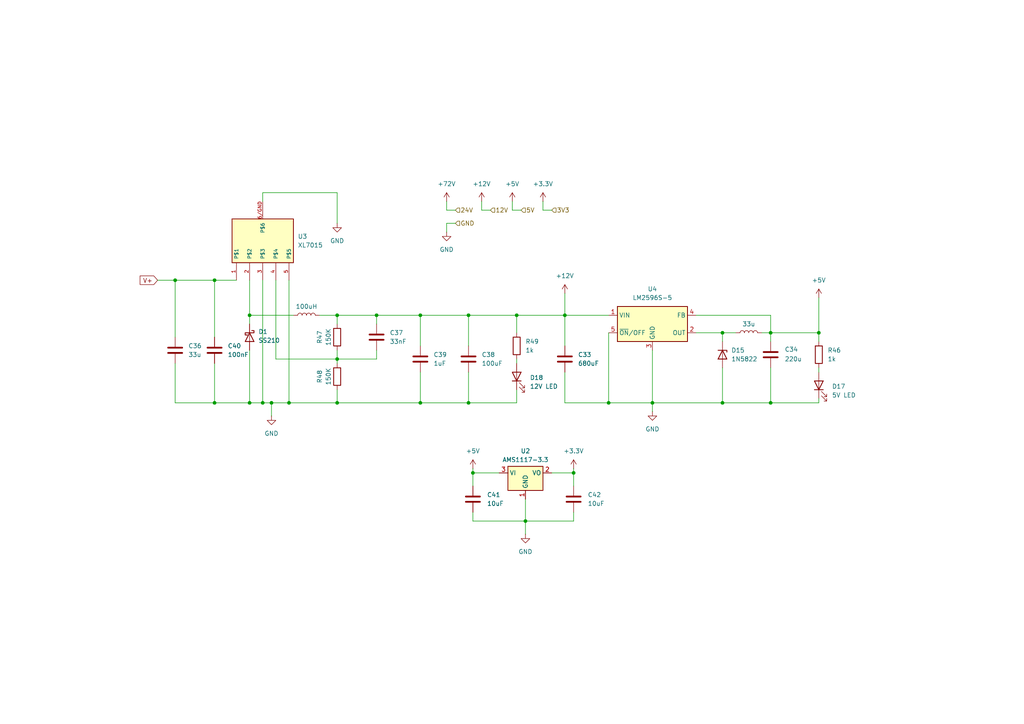
<source format=kicad_sch>
(kicad_sch (version 20250114) (generator "eeschema") (generator_version "9.0")
  (paper "A4")
  (lib_symbols
    (symbol "Device:C" (pin_numbers (hide yes)) (pin_names (offset 0.254))
      (property "Reference" "C" (at 0.635 2.54 0))
      (property "Value" "C" (at 0.635 -2.54 0))
      (symbol "C_0_1"
        (polyline (pts (xy -2.032 0.762) (xy 2.032 0.762)) (stroke (width 0.508)))
        (polyline (pts (xy -2.032 -0.762) (xy 2.032 -0.762)) (stroke (width 0.508)))
      )
      (symbol "C_1_1"
        (pin passive line (at 0 3.81 270) (length 2.794) (name "~") (number "1"))
        (pin passive line (at 0 -3.81 90) (length 2.794) (name "~") (number "2"))
      )
    )
    (symbol "Device:D_Zener" (pin_numbers (hide yes)) (pin_names (offset 1.016) (hide yes))
      (property "Reference" "D" (at 0 2.54 0))
      (property "Value" "D_Zener" (at 0 -2.54 0))
      (symbol "D_Zener_0_1"
        (polyline (pts (xy -1.27 -1.27) (xy -1.27 1.27) (xy -0.762 1.27)) (stroke (width 0.254)))
        (polyline (pts (xy 1.27 0) (xy -1.27 0)))
        (polyline (pts (xy 1.27 -1.27) (xy 1.27 1.27) (xy -1.27 0) (xy 1.27 -1.27)) (stroke (width 0.254)))
      )
      (symbol "D_Zener_1_1"
        (pin passive line (at -3.81 0 0) (length 2.54) (name "K") (number "1"))
        (pin passive line (at 3.81 0 180) (length 2.54) (name "A") (number "2"))
      )
    )
    (symbol "Device:L" (pin_numbers (hide yes)) (pin_names (offset 1.016) (hide yes))
      (property "Reference" "L" (at -1.27 0 90))
      (property "Value" "L" (at 1.905 0 90))
      (symbol "L_0_1"
        (arc (start 0 2.54) (mid 0.6323 1.905) (end 0 1.27))
        (arc (start 0 1.27) (mid 0.6323 0.635) (end 0 0))
        (arc (start 0 0) (mid 0.6323 -0.635) (end 0 -1.27))
        (arc (start 0 -1.27) (mid 0.6323 -1.905) (end 0 -2.54))
      )
      (symbol "L_1_1"
        (pin passive line (at 0 3.81 270) (length 1.27) (name "1") (number "1"))
        (pin passive line (at 0 -3.81 90) (length 1.27) (name "2") (number "2"))
      )
    )
    (symbol "Device:LED" (pin_numbers (hide yes)) (pin_names (offset 1.016) (hide yes))
      (property "Reference" "D" (at 0 2.54 0))
      (property "Value" "LED" (at 0 -2.54 0))
      (symbol "LED_0_1"
        (polyline (pts (xy -3.048 -0.762) (xy -4.572 -2.286) (xy -3.81 -2.286) (xy -4.572 -2.286) (xy -4.572 -1.524)))
        (polyline (pts (xy -1.778 -0.762) (xy -3.302 -2.286) (xy -2.54 -2.286) (xy -3.302 -2.286) (xy -3.302 -1.524)))
        (polyline (pts (xy -1.27 0) (xy 1.27 0)))
        (polyline (pts (xy -1.27 -1.27) (xy -1.27 1.27)) (stroke (width 0.254)))
        (polyline (pts (xy 1.27 -1.27) (xy 1.27 1.27) (xy -1.27 0) (xy 1.27 -1.27)) (stroke (width 0.254)))
      )
      (symbol "LED_1_1"
        (pin passive line (at -3.81 0 0) (length 2.54) (name "K") (number "1"))
        (pin passive line (at 3.81 0 180) (length 2.54) (name "A") (number "2"))
      )
    )
    (symbol "Device:R" (pin_numbers (hide yes)) (pin_names (offset 0))
      (property "Reference" "R" (at 2.032 0 90))
      (property "Value" "R" (at 0 0 90))
      (symbol "R_0_1"
        (rectangle (start -1.016 -2.54) (end 1.016 2.54) (stroke (width 0.254)))
      )
      (symbol "R_1_1"
        (pin passive line (at 0 3.81 270) (length 1.27) (name "~") (number "1"))
        (pin passive line (at 0 -3.81 90) (length 1.27) (name "~") (number "2"))
      )
    )
    (symbol "Diode:SS210" (pin_numbers (hide yes)) (pin_names (offset 1.016) (hide yes))
      (property "Reference" "D" (at 0 2.54 0))
      (property "Value" "SS210" (at 0 -2.54 0))
      (symbol "SS210_0_1"
        (polyline (pts (xy -1.905 0.635) (xy -1.905 1.27) (xy -1.27 1.27) (xy -1.27 -1.27) (xy -0.635 -1.27) (xy -0.635 -0.635)) (stroke (width 0.254)))
        (polyline (pts (xy 1.27 1.27) (xy 1.27 -1.27) (xy -1.27 0) (xy 1.27 1.27)) (stroke (width 0.254)))
        (polyline (pts (xy 1.27 0) (xy -1.27 0)))
      )
      (symbol "SS210_1_1"
        (pin passive line (at -3.81 0 0) (length 2.54) (name "K") (number "1"))
        (pin passive line (at 3.81 0 180) (length 2.54) (name "A") (number "2"))
      )
    )
    (symbol "Regulator_Linear:AMS1117-3.3"
      (property "Reference" "U" (at -3.81 3.175 0))
      (property "Value" "AMS1117-3.3" (at 0 3.175 0))
      (symbol "AMS1117-3.3_0_1"
        (rectangle (start -5.08 -5.08) (end 5.08 1.905) (stroke (width 0.254)) (fill (type background)))
      )
      (symbol "AMS1117-3.3_1_1"
        (pin power_in line (at -7.62 0 0) (length 2.54) (name "VI") (number "3"))
        (pin power_in line (at 0 -7.62 90) (length 2.54) (name "GND") (number "1"))
        (pin power_out line (at 7.62 0 180) (length 2.54) (name "VO") (number "2"))
      )
    )
    (symbol "Regulator_Switching:LM2596S-5"
      (property "Reference" "U" (at -10.16 6.35 0))
      (property "Value" "LM2596S-5" (at 0 6.35 0))
      (symbol "LM2596S-5_0_1"
        (rectangle (start -10.16 5.08) (end 10.16 -5.08) (stroke (width 0.254)) (fill (type background)))
      )
      (symbol "LM2596S-5_1_1"
        (pin power_in line (at -12.7 2.54 0) (length 2.54) (name "VIN") (number "1"))
        (pin input line (at -12.7 -2.54 0) (length 2.54) (name "~{ON}/OFF") (number "5"))
        (pin power_in line (at 0 -7.62 90) (length 2.54) (name "GND") (number "3"))
        (pin input line (at 12.7 2.54 180) (length 2.54) (name "FB") (number "4"))
        (pin output line (at 12.7 -2.54 180) (length 2.54) (name "OUT") (number "2"))
      )
    )
    (symbol "XL7015:XL7015" (pin_names (offset 1.016))
      (property "Reference" "U" (at 0 0 0))
      (property "Value" "XL7015" (at 0 0 0))
      (symbol "XL7015_0_0"
        (rectangle (start -8.89 -5.08) (end 8.89 7.62) (stroke (width 0.254)) (fill (type background)))
        (pin bidirectional line (at -7.62 -10.16 90) (length 5.08) (name "P$1") (number "1"))
        (pin bidirectional line (at -3.81 -10.16 90) (length 5.08) (name "P$2") (number "2"))
        (pin bidirectional line (at 0 12.7 270) (length 5.08) (name "P$6") (number "6/GND"))
        (pin bidirectional line (at 0 -10.16 90) (length 5.08) (name "P$3") (number "3"))
        (pin bidirectional line (at 3.81 -10.16 90) (length 5.08) (name "P$4") (number "4"))
        (pin bidirectional line (at 7.62 -10.16 90) (length 5.08) (name "P$5") (number "5"))
      )
    )
    (symbol "power:+12V" (power) (pin_numbers (hide yes)) (pin_names (offset 0) (hide yes))
      (property "Value" "+12V" (at 0 3.556 0))
      (symbol "+12V_0_1"
        (polyline (pts (xy -0.762 1.27) (xy 0 2.54)))
        (polyline (pts (xy 0 2.54) (xy 0.762 1.27)))
        (polyline (pts (xy 0 0) (xy 0 2.54)))
      )
      (symbol "+12V_1_1"
        (pin power_in line (at 0 0 90) (length 0) (name "~") (number "1"))
      )
    )
    (symbol "power:+3.3V" (power) (pin_numbers (hide yes)) (pin_names (offset 0) (hide yes))
      (property "Value" "+3.3V" (at 0 3.556 0))
      (symbol "+3.3V_0_1"
        (polyline (pts (xy -0.762 1.27) (xy 0 2.54)))
        (polyline (pts (xy 0 2.54) (xy 0.762 1.27)))
        (polyline (pts (xy 0 0) (xy 0 2.54)))
      )
      (symbol "+3.3V_1_1"
        (pin power_in line (at 0 0 90) (length 0) (name "~") (number "1"))
      )
    )
    (symbol "power:+48V" (power) (pin_numbers (hide yes)) (pin_names (offset 0) (hide yes))
      (property "Value" "+48V" (at 0 3.556 0))
      (symbol "+48V_0_1"
        (polyline (pts (xy -0.762 1.27) (xy 0 2.54)))
        (polyline (pts (xy 0 2.54) (xy 0.762 1.27)))
        (polyline (pts (xy 0 0) (xy 0 2.54)))
      )
      (symbol "+48V_1_1"
        (pin power_in line (at 0 0 90) (length 0) (name "~") (number "1"))
      )
    )
    (symbol "power:+5V" (power) (pin_numbers (hide yes)) (pin_names (offset 0) (hide yes))
      (property "Value" "+5V" (at 0 3.556 0))
      (symbol "+5V_0_1"
        (polyline (pts (xy -0.762 1.27) (xy 0 2.54)))
        (polyline (pts (xy 0 2.54) (xy 0.762 1.27)))
        (polyline (pts (xy 0 0) (xy 0 2.54)))
      )
      (symbol "+5V_1_1"
        (pin power_in line (at 0 0 90) (length 0) (name "~") (number "1"))
      )
    )
    (symbol "power:GND" (power) (pin_numbers (hide yes)) (pin_names (offset 0) (hide yes))
      (property "Value" "GND" (at 0 -3.81 0))
      (symbol "GND_0_1"
        (polyline (pts (xy 0 0) (xy 0 -1.27) (xy 1.27 -1.27) (xy 0 -2.54) (xy -1.27 -1.27) (xy 0 -1.27)))
      )
      (symbol "GND_1_1"
        (pin power_in line (at 0 0 270) (length 0) (name "~") (number "1"))
      )
    )
  )
  (junction (at 176.53 116.84))
  (junction (at 109.22 91.44))
  (junction (at 72.39 91.44))
  (junction (at 97.79 91.44))
  (junction (at 121.92 91.44))
  (junction (at 149.86 91.44))
  (junction (at 209.55 116.84))
  (junction (at 76.2 116.84))
  (junction (at 237.49 96.52))
  (junction (at 166.37 137.16))
  (junction (at 62.23 116.84))
  (junction (at 78.74 116.84))
  (junction (at 223.52 116.84))
  (junction (at 62.23 81.28))
  (junction (at 137.16 137.16))
  (junction (at 135.89 116.84))
  (junction (at 97.79 104.14))
  (junction (at 163.83 91.44))
  (junction (at 97.79 116.84))
  (junction (at 50.8 81.28))
  (junction (at 209.55 96.52))
  (junction (at 189.23 116.84))
  (junction (at 135.89 91.44))
  (junction (at 223.52 96.52))
  (junction (at 83.82 116.84))
  (junction (at 121.92 116.84))
  (junction (at 72.39 116.84))
  (junction (at 152.4 151.13))
  (wire (pts (xy 129.54 67.31) (xy 129.54 64.77)))
  (wire (pts (xy 97.79 55.88) (xy 97.79 64.77)))
  (wire (pts (xy 50.8 81.28) (xy 62.23 81.28)))
  (wire (pts (xy 121.92 116.84) (xy 135.89 116.84)))
  (wire (pts (xy 163.83 91.44) (xy 163.83 100.33)))
  (wire (pts (xy 137.16 137.16) (xy 144.78 137.16)))
  (wire (pts (xy 83.82 81.28) (xy 83.82 116.84)))
  (wire (pts (xy 201.93 96.52) (xy 209.55 96.52)))
  (wire (pts (xy 166.37 135.89) (xy 166.37 137.16)))
  (wire (pts (xy 72.39 91.44) (xy 72.39 93.98)))
  (wire (pts (xy 223.52 96.52) (xy 237.49 96.52)))
  (wire (pts (xy 209.55 106.68) (xy 209.55 116.84)))
  (wire (pts (xy 176.53 96.52) (xy 176.53 116.84)))
  (wire (pts (xy 135.89 116.84) (xy 149.86 116.84)))
  (wire (pts (xy 137.16 151.13) (xy 152.4 151.13)))
  (wire (pts (xy 139.7 58.42) (xy 139.7 60.96)))
  (wire (pts (xy 157.48 60.96) (xy 160.02 60.96)))
  (wire (pts (xy 189.23 116.84) (xy 189.23 119.38)))
  (wire (pts (xy 121.92 91.44) (xy 135.89 91.44)))
  (wire (pts (xy 72.39 81.28) (xy 72.39 91.44)))
  (wire (pts (xy 209.55 116.84) (xy 223.52 116.84)))
  (wire (pts (xy 109.22 101.6) (xy 109.22 104.14)))
  (wire (pts (xy 160.02 137.16) (xy 166.37 137.16)))
  (wire (pts (xy 50.8 81.28) (xy 50.8 97.79)))
  (wire (pts (xy 97.79 91.44) (xy 109.22 91.44)))
  (wire (pts (xy 92.71 91.44) (xy 97.79 91.44)))
  (wire (pts (xy 129.54 64.77) (xy 132.08 64.77)))
  (wire (pts (xy 78.74 116.84) (xy 83.82 116.84)))
  (wire (pts (xy 237.49 115.57) (xy 237.49 116.84)))
  (wire (pts (xy 135.89 91.44) (xy 135.89 100.33)))
  (wire (pts (xy 166.37 148.59) (xy 166.37 151.13)))
  (wire (pts (xy 152.4 151.13) (xy 166.37 151.13)))
  (wire (pts (xy 149.86 104.14) (xy 149.86 105.41)))
  (wire (pts (xy 62.23 105.41) (xy 62.23 116.84)))
  (wire (pts (xy 97.79 91.44) (xy 97.79 93.98)))
  (wire (pts (xy 223.52 96.52) (xy 223.52 99.06)))
  (wire (pts (xy 80.01 81.28) (xy 80.01 104.14)))
  (wire (pts (xy 149.86 113.03) (xy 149.86 116.84)))
  (wire (pts (xy 149.86 91.44) (xy 149.86 96.52)))
  (wire (pts (xy 72.39 101.6) (xy 72.39 116.84)))
  (wire (pts (xy 97.79 101.6) (xy 97.79 104.14)))
  (wire (pts (xy 97.79 104.14) (xy 109.22 104.14)))
  (wire (pts (xy 209.55 96.52) (xy 213.36 96.52)))
  (wire (pts (xy 135.89 91.44) (xy 149.86 91.44)))
  (wire (pts (xy 163.83 107.95) (xy 163.83 116.84)))
  (wire (pts (xy 152.4 144.78) (xy 152.4 151.13)))
  (wire (pts (xy 189.23 116.84) (xy 209.55 116.84)))
  (wire (pts (xy 166.37 137.16) (xy 166.37 140.97)))
  (wire (pts (xy 237.49 99.06) (xy 237.49 96.52)))
  (wire (pts (xy 109.22 91.44) (xy 121.92 91.44)))
  (wire (pts (xy 223.52 116.84) (xy 223.52 106.68)))
  (wire (pts (xy 189.23 101.6) (xy 189.23 116.84)))
  (wire (pts (xy 109.22 91.44) (xy 109.22 93.98)))
  (wire (pts (xy 97.79 116.84) (xy 121.92 116.84)))
  (wire (pts (xy 50.8 105.41) (xy 50.8 116.84)))
  (wire (pts (xy 80.01 104.14) (xy 97.79 104.14)))
  (wire (pts (xy 137.16 135.89) (xy 137.16 137.16)))
  (wire (pts (xy 129.54 60.96) (xy 132.08 60.96)))
  (wire (pts (xy 50.8 116.84) (xy 62.23 116.84)))
  (wire (pts (xy 152.4 154.94) (xy 152.4 151.13)))
  (wire (pts (xy 121.92 91.44) (xy 121.92 100.33)))
  (wire (pts (xy 237.49 106.68) (xy 237.49 107.95)))
  (wire (pts (xy 209.55 96.52) (xy 209.55 99.06)))
  (wire (pts (xy 62.23 81.28) (xy 68.58 81.28)))
  (wire (pts (xy 76.2 81.28) (xy 76.2 116.84)))
  (wire (pts (xy 97.79 116.84) (xy 97.79 113.03)))
  (wire (pts (xy 121.92 107.95) (xy 121.92 116.84)))
  (wire (pts (xy 78.74 116.84) (xy 78.74 120.65)))
  (wire (pts (xy 149.86 91.44) (xy 163.83 91.44)))
  (wire (pts (xy 97.79 104.14) (xy 97.79 105.41)))
  (wire (pts (xy 129.54 58.42) (xy 129.54 60.96)))
  (wire (pts (xy 137.16 148.59) (xy 137.16 151.13)))
  (wire (pts (xy 223.52 91.44) (xy 223.52 96.52)))
  (wire (pts (xy 201.93 91.44) (xy 223.52 91.44)))
  (wire (pts (xy 76.2 55.88) (xy 76.2 58.42)))
  (wire (pts (xy 163.83 91.44) (xy 176.53 91.44)))
  (wire (pts (xy 223.52 116.84) (xy 237.49 116.84)))
  (wire (pts (xy 62.23 116.84) (xy 72.39 116.84)))
  (wire (pts (xy 137.16 137.16) (xy 137.16 140.97)))
  (wire (pts (xy 139.7 60.96) (xy 142.24 60.96)))
  (wire (pts (xy 62.23 81.28) (xy 62.23 97.79)))
  (wire (pts (xy 148.59 58.42) (xy 148.59 60.96)))
  (wire (pts (xy 72.39 116.84) (xy 76.2 116.84)))
  (wire (pts (xy 45.72 81.28) (xy 50.8 81.28)))
  (wire (pts (xy 76.2 55.88) (xy 97.79 55.88)))
  (wire (pts (xy 237.49 86.36) (xy 237.49 96.52)))
  (wire (pts (xy 83.82 116.84) (xy 97.79 116.84)))
  (wire (pts (xy 76.2 116.84) (xy 78.74 116.84)))
  (wire (pts (xy 135.89 107.95) (xy 135.89 116.84)))
  (wire (pts (xy 148.59 60.96) (xy 151.13 60.96)))
  (wire (pts (xy 163.83 85.09) (xy 163.83 91.44)))
  (wire (pts (xy 176.53 116.84) (xy 189.23 116.84)))
  (wire (pts (xy 220.98 96.52) (xy 223.52 96.52)))
  (wire (pts (xy 72.39 91.44) (xy 85.09 91.44)))
  (wire (pts (xy 157.48 58.42) (xy 157.48 60.96)))
  (wire (pts (xy 163.83 116.84) (xy 176.53 116.84)))
  (global_label "V+" (shape input) (at 45.72 81.28 180) (property "Intersheetrefs" "${INTERSHEET_REFS}" (effects (hide yes))))
  (hierarchical_label "3V3" (shape input) (at 160.02 60.96 0))
  (hierarchical_label "12V" (shape input) (at 142.24 60.96 0))
  (hierarchical_label "GND" (shape input) (at 132.08 64.77 0))
  (hierarchical_label "24V" (shape input) (at 132.08 60.96 0))
  (hierarchical_label "5V" (shape input) (at 151.13 60.96 0))
  (symbol (lib_id "Regulator_Switching:LM2596S-5") (at 189.23 93.98 0) (unit 1)
    (property "Reference" "U4" (at 189.23 83.82 0))
    (property "Value" "LM2596S-5" (at 189.23 86.36 0))
    (property "Footprint" "Package_TO_SOT_SMD:TO-263-5_TabPin3" (effects (hide yes)))
    (property "Datasheet" "http://www.ti.com/lit/ds/symlink/lm2596.pdf" (effects (hide yes)))
    (property "Description" "5V 3A Step-Down Voltage Regulator, TO-263" (effects (hide yes)))
  )
  (symbol (lib_id "Device:R") (at 149.86 100.33 0) (unit 1)
    (property "Reference" "R49" (at 152.4 99.0599 0) (effects (justify left)))
    (property "Value" "1k" (at 152.4 101.5999 0) (effects (justify left)))
    (property "Footprint" "Resistor_SMD:R_0603_1608Metric_Pad0.98x0.95mm_HandSolder" (effects (hide yes)))
    (property "Description" "Resistor" (effects (hide yes)))
  )
  (symbol (lib_id "power:+12V") (at 163.83 85.09 0) (unit 1)
    (property "Reference" "#PWR015" (effects (hide yes)))
    (property "Value" "+12V" (at 163.83 80.01 0))
    (property "Description" "Power symbol creates a global label with name \"+12V\"" (effects (hide yes)))
  )
  (symbol (lib_id "power:+5V") (at 148.59 58.42 0) (unit 1)
    (property "Reference" "#PWR024" (effects (hide yes)))
    (property "Value" "+5V" (at 148.59 53.34 0))
    (property "Description" "Power symbol creates a global label with name \"+5V\"" (effects (hide yes)))
  )
  (symbol (lib_id "Device:L") (at 217.17 96.52 90) (unit 1)
    (property "Reference" "L4" (effects (hide yes)))
    (property "Value" "33u" (at 217.17 93.98 90))
    (property "Footprint" "Inductor_SMD:L_10.4x10.4_H4.8" (effects (hide yes)))
    (property "Description" "Inductor" (effects (hide yes)))
  )
  (symbol (lib_id "power:+3.3V") (at 166.37 135.89 0) (unit 1)
    (property "Reference" "#PWR013" (effects (hide yes)))
    (property "Value" "+3.3V" (at 166.37 130.81 0))
    (property "Description" "Power symbol creates a global label with name \"+3.3V\"" (effects (hide yes)))
  )
  (symbol (lib_id "power:+3.3V") (at 157.48 58.42 0) (unit 1)
    (property "Reference" "#PWR025" (effects (hide yes)))
    (property "Value" "+3.3V" (at 157.48 53.34 0))
    (property "Description" "Power symbol creates a global label with name \"+3.3V\"" (effects (hide yes)))
  )
  (symbol (lib_id "Device:R") (at 97.79 97.79 180) (unit 1)
    (property "Reference" "R47" (at 92.71 97.79 90))
    (property "Value" "150K" (at 95.25 97.79 90))
    (property "Footprint" "Resistor_SMD:R_1206_3216Metric_Pad1.30x1.75mm_HandSolder" (effects (hide yes)))
  )
  (symbol (lib_id "Regulator_Linear:AMS1117-3.3") (at 152.4 137.16 0) (unit 1)
    (property "Reference" "U2" (at 152.4 130.81 0))
    (property "Value" "AMS1117-3.3" (at 152.4 133.35 0))
    (property "Footprint" "Package_TO_SOT_SMD:SOT-223-3_TabPin2" (effects (hide yes)))
    (property "Datasheet" "http://www.advanced-monolithic.com/pdf/ds1117.pdf" (effects (hide yes)))
    (property "Description" "1A Low Dropout regulator, positive, 3.3V fixed output, SOT-223" (effects (hide yes)))
  )
  (symbol (lib_id "Device:C") (at 137.16 144.78 180) (unit 1)
    (property "Reference" "C41" (at 141.2437 143.5099 0) (effects (justify right)))
    (property "Value" "10uF" (at 141.2437 146.0499 0) (effects (justify right)))
    (property "Footprint" "Capacitor_SMD:C_0805_2012Metric_Pad1.18x1.45mm_HandSolder" (effects (hide yes)))
    (property "Description" "Unpolarized capacitor" (effects (hide yes)))
  )
  (symbol (lib_id "power:+5V") (at 237.49 86.36 0) (unit 1)
    (property "Reference" "#PWR017" (effects (hide yes)))
    (property "Value" "+5V" (at 237.49 81.28 0))
    (property "Description" "Power symbol creates a global label with name \"+5V\"" (effects (hide yes)))
  )
  (symbol (lib_id "Device:C") (at 62.23 101.6 0) (unit 1)
    (property "Reference" "C40" (at 66.04 100.3299 0) (effects (justify left)))
    (property "Value" "100nF" (at 66.04 102.8699 0) (effects (justify left)))
    (property "Footprint" "Capacitor_SMD:C_0805_2012Metric_Pad1.18x1.45mm_HandSolder" (effects (hide yes)))
    (property "Description" "Unpolarized capacitor" (effects (hide yes)))
  )
  (symbol (lib_id "power:+5V") (at 137.16 135.89 0) (unit 1)
    (property "Reference" "#PWR016" (effects (hide yes)))
    (property "Value" "+5V" (at 137.16 130.81 0))
    (property "Description" "Power symbol creates a global label with name \"+5V\"" (effects (hide yes)))
  )
  (symbol (lib_id "Device:LED") (at 237.49 111.76 90) (unit 1)
    (property "Reference" "D17" (at 241.3 112.0774 90) (effects (justify right)))
    (property "Value" "5V LED" (at 241.3 114.6174 90) (effects (justify right)))
    (property "Footprint" "LED_SMD:LED_0603_1608Metric" (effects (hide yes)))
    (property "Description" "Light emitting diode" (effects (hide yes)))
  )
  (symbol (lib_id "power:GND") (at 97.79 64.77 0) (unit 1)
    (property "Reference" "#PWR052" (effects (hide yes)))
    (property "Value" "GND" (at 97.79 69.85 0))
    (property "Description" "Power symbol creates a global label with name \"GND\" , ground" (effects (hide yes)))
  )
  (symbol (lib_id "Device:C") (at 163.83 104.14 0) (unit 1)
    (property "Reference" "C33" (at 167.64 102.8699 0) (effects (justify left)))
    (property "Value" "680uF" (at 167.64 105.4099 0) (effects (justify left)))
    (property "Footprint" "Capacitor_SMD:CP_Elec_10x10" (effects (hide yes)))
    (property "Description" "Unpolarized capacitor" (effects (hide yes)))
  )
  (symbol (lib_id "Device:D_Zener") (at 209.55 102.87 270) (unit 1)
    (property "Reference" "D15" (at 212.09 101.5999 90) (effects (justify left)))
    (property "Value" "1N5822" (at 212.09 104.1399 90) (effects (justify left)))
    (property "Footprint" "Diode_SMD:D_SMA_Handsoldering" (effects (hide yes)))
    (property "Description" "Zener diode" (effects (hide yes)))
  )
  (symbol (lib_id "Device:R") (at 97.79 109.22 180) (unit 1)
    (property "Reference" "R48" (at 92.71 109.22 90))
    (property "Value" "150K" (at 95.25 109.22 90))
    (property "Footprint" "Resistor_SMD:R_1206_3216Metric_Pad1.30x1.75mm_HandSolder" (effects (hide yes)))
  )
  (symbol (lib_id "Device:LED") (at 149.86 109.22 90) (unit 1)
    (property "Reference" "D18" (at 153.67 109.5374 90) (effects (justify right)))
    (property "Value" "12V LED" (at 153.67 112.0774 90) (effects (justify right)))
    (property "Footprint" "LED_SMD:LED_0603_1608Metric" (effects (hide yes)))
    (property "Description" "Light emitting diode" (effects (hide yes)))
  )
  (symbol (lib_id "Device:C") (at 166.37 144.78 180) (unit 1)
    (property "Reference" "C42" (at 170.4537 143.5099 0) (effects (justify right)))
    (property "Value" "10uF" (at 170.4537 146.0499 0) (effects (justify right)))
    (property "Footprint" "Capacitor_SMD:C_0805_2012Metric_Pad1.18x1.45mm_HandSolder" (effects (hide yes)))
    (property "Description" "Unpolarized capacitor" (effects (hide yes)))
  )
  (symbol (lib_id "power:GND") (at 152.4 154.94 0) (unit 1)
    (property "Reference" "#PWR056" (effects (hide yes)))
    (property "Value" "GND" (at 152.4 160.02 0))
    (property "Description" "Power symbol creates a global label with name \"GND\" , ground" (effects (hide yes)))
  )
  (symbol (lib_id "power:+48V") (at 129.54 58.42 0) (unit 1)
    (property "Reference" "#PWR021" (effects (hide yes)))
    (property "Value" "+72V" (at 129.54 53.34 0))
    (property "Description" "Power symbol creates a global label with name \"+72V\"" (effects (hide yes)))
  )
  (symbol (lib_id "power:GND") (at 129.54 67.31 0) (unit 1)
    (property "Reference" "#PWR022" (effects (hide yes)))
    (property "Value" "GND" (at 129.54 72.39 0))
    (property "Description" "Power symbol creates a global label with name \"GND\" , ground" (effects (hide yes)))
  )
  (symbol (lib_id "Device:C") (at 50.8 101.6 0) (unit 1)
    (property "Reference" "C36" (at 54.61 100.3299 0) (effects (justify left)))
    (property "Value" "33u" (at 54.61 102.8699 0) (effects (justify left)))
    (property "Footprint" "Capacitor_SMD:CP_Elec_10x10" (effects (hide yes)))
    (property "Description" "Unpolarized capacitor" (effects (hide yes)))
  )
  (symbol (lib_id "Device:C") (at 109.22 97.79 0) (unit 1)
    (property "Reference" "C37" (at 113.03 96.5199 0) (effects (justify left)))
    (property "Value" "33nF" (at 113.03 99.0599 0) (effects (justify left)))
    (property "Footprint" "Capacitor_SMD:C_0805_2012Metric_Pad1.18x1.45mm_HandSolder" (effects (hide yes)))
    (property "Description" "Unpolarized capacitor" (effects (hide yes)))
  )
  (symbol (lib_id "Diode:SS210") (at 72.39 97.79 270) (unit 1)
    (property "Reference" "D1" (at 74.93 96.2024 90) (effects (justify left)))
    (property "Value" "SS210" (at 74.93 98.7424 90) (effects (justify left)))
    (property "Footprint" "Diode_SMD:D_SMA" (effects (hide yes)))
    (property "Datasheet" "https://www.wontop.com/uploadfiles/56/sort_excel/pdf/ss22.pdf" (effects (hide yes)))
    (property "Description" "100V 2A Schottky Diode, SMA" (effects (hide yes)))
  )
  (symbol (lib_id "Device:C") (at 121.92 104.14 0) (unit 1)
    (property "Reference" "C39" (at 125.73 102.8699 0) (effects (justify left)))
    (property "Value" "1uF" (at 125.73 105.4099 0) (effects (justify left)))
    (property "Footprint" "Capacitor_SMD:C_0805_2012Metric_Pad1.18x1.45mm_HandSolder" (effects (hide yes)))
    (property "Description" "Unpolarized capacitor" (effects (hide yes)))
  )
  (symbol (lib_id "Device:C") (at 223.52 102.87 0) (unit 1)
    (property "Reference" "C34" (at 227.584 101.346 0) (effects (justify left)))
    (property "Value" "220u" (at 227.584 104.14 0) (effects (justify left)))
    (property "Footprint" "Capacitor_SMD:C_3640_9110Metric_Pad2.10x10.45mm_HandSolder" (effects (hide yes)))
    (property "Description" "Unpolarized capacitor" (effects (hide yes)))
  )
  (symbol (lib_id "Device:L") (at 88.9 91.44 90) (unit 1)
    (property "Reference" "L5" (effects (hide yes)))
    (property "Value" "100uH" (at 88.9 88.9 90))
    (property "Footprint" "Inductor_SMD:L_10.4x10.4_H4.8" (effects (hide yes)))
    (property "Description" "Inductor" (effects (hide yes)))
  )
  (symbol (lib_id "Device:R") (at 237.49 102.87 0) (unit 1)
    (property "Reference" "R46" (at 240.03 101.5999 0) (effects (justify left)))
    (property "Value" "1k" (at 240.03 104.1399 0) (effects (justify left)))
    (property "Footprint" "Resistor_SMD:R_0603_1608Metric_Pad0.98x0.95mm_HandSolder" (effects (hide yes)))
    (property "Description" "Resistor" (effects (hide yes)))
  )
  (symbol (lib_id "Device:C") (at 135.89 104.14 0) (unit 1)
    (property "Reference" "C38" (at 139.7 102.8699 0) (effects (justify left)))
    (property "Value" "100uF" (at 139.7 105.4099 0) (effects (justify left)))
    (property "Footprint" "Capacitor_SMD:CP_Elec_8x10" (effects (hide yes)))
    (property "Description" "Unpolarized capacitor" (effects (hide yes)))
  )
  (symbol (lib_id "power:GND") (at 78.74 120.65 0) (unit 1)
    (property "Reference" "#PWR042" (effects (hide yes)))
    (property "Value" "GND" (at 78.74 125.73 0))
    (property "Description" "Power symbol creates a global label with name \"GND\" , ground" (effects (hide yes)))
  )
  (symbol (lib_id "power:+12V") (at 139.7 58.42 0) (unit 1)
    (property "Reference" "#PWR023" (effects (hide yes)))
    (property "Value" "+12V" (at 139.7 53.34 0))
    (property "Description" "Power symbol creates a global label with name \"+12V\"" (effects (hide yes)))
  )
  (symbol (lib_id "power:GND") (at 189.23 119.38 0) (unit 1)
    (property "Reference" "#PWR039" (effects (hide yes)))
    (property "Value" "GND" (at 189.23 124.46 0))
    (property "Description" "Power symbol creates a global label with name \"GND\" , ground" (effects (hide yes)))
  )
  (symbol (lib_id "XL7015:XL7015") (at 76.2 71.12 0) (unit 1)
    (property "Reference" "U3" (at 86.36 68.5799 0) (effects (justify left)))
    (property "Value" "XL7015" (at 86.36 71.1199 0) (effects (justify left)))
    (property "Footprint" "Package_TO_SOT_SMD:TO-252-5_TabPin6" (effects (hide yes)))
    (property "MF" "XLSEMI" (effects (hide yes)))
    (property "Description_1" "0.8A 150KHz 80V Buck DC to DC" (effects (hide yes)))
    (property "Package" "Package" (effects (hide yes)))
    (property "Price" "None" (effects (hide yes)))
    (property "SnapEDA_Link" "https://www.snapeda.com/parts/XL7015/XLSEMI/view-part/?ref=snap" (effects (hide yes)))
    (property "MP" "XL7015" (effects (hide yes)))
    (property "Availability" "In Stock" (effects (hide yes)))
    (property "Check_prices" "https://www.snapeda.com/parts/XL7015/XLSEMI/view-part/?ref=eda" (effects (hide yes)))
  )
)
</source>
